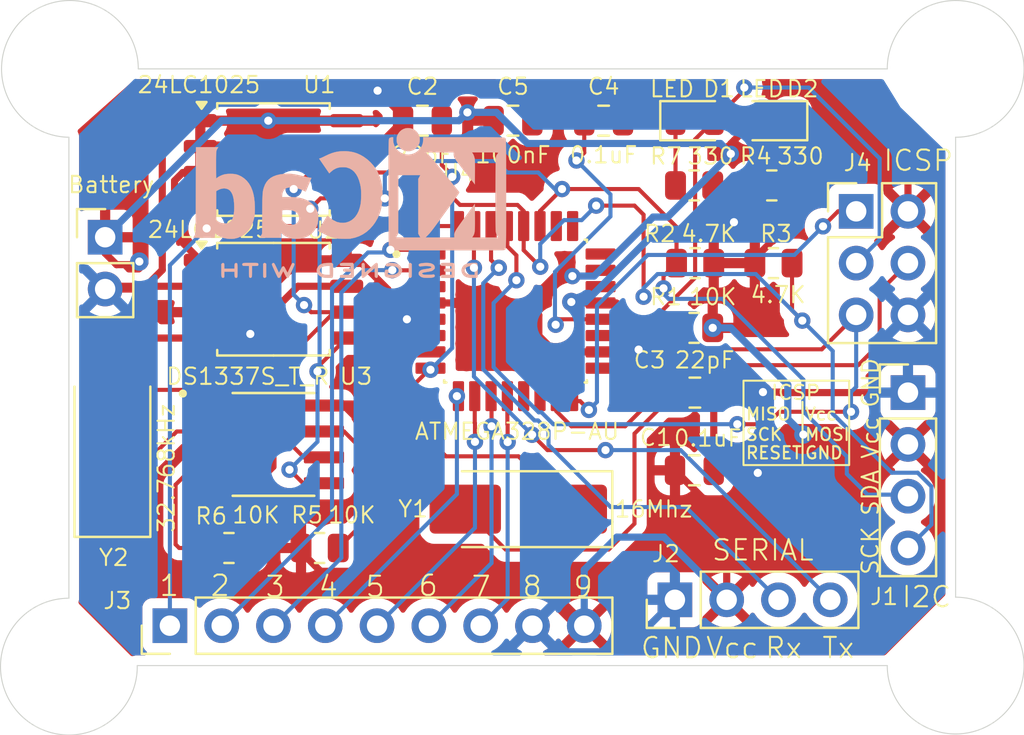
<source format=kicad_pcb>
(kicad_pcb (version 20241229) (generator "pcbnew") (generator_version "9.0")
  (title_block (title "${project_name}") (date "2025-06-14") (rev "1") (comment 1 "2 layer PCB version"))
  (layers (0 "F.Cu" mixed) (2 "B.Cu" mixed) (13 "F.Paste" user) (15 "B.Paste" user) (5 "F.SilkS" user "F.Silkscreen") (7 "B.SilkS" user "B.Silkscreen") (1 "F.Mask" user) (3 "B.Mask" user) (25 "Edge.Cuts" user))
  (property "project_name" "MCU Datalogger with memory and clock")
  (net 0 "")
  (net 1 "GND")
  (net 2 "/Vcc")
  (net 3 "Net-(U4-PB7)")
  (net 4 "Net-(U4-PB6)")
  (net 5 "Net-(U4-AREF)")
  (net 6 "Net-(D1-K)")
  (net 7 "/SCK")
  (net 8 "Net-(D2-K)")
  (net 9 "/SDA")
  (net 10 "/RX")
  (net 11 "/TX")
  (net 12 "/D4")
  (net 13 "/D5")
  (net 14 "/D6")
  (net 15 "/D7")
  (net 16 "/D2")
  (net 17 "/D3")
  (net 18 "/D8")
  (net 19 "/RESET")
  (net 20 "/MOSI")
  (net 21 "/MISO")
  (net 22 "Net-(U3-SQW{slash}~INT)")
  (net 23 "Net-(U3-~{INTA})")
  (net 24 "Net-(U3-X2)")
  (net 25 "Net-(U3-X1)")
  (net 35 "/SCL")
  (footprint "Resistor_SMD:R_0805_2012Metric" (layer "F.Cu") (at 159.6925 76.835 180)
    (property "Reference" "R4")
    (property "Value" "330")
  )
  (footprint "Resistor_SMD:R_0805_2012Metric" (layer "F.Cu") (at 137.5175 94.615)
    (property "Reference" "R5")
    (property "Value" "10K")
  )
  (footprint "Connector_PinHeader_2.54mm:PinHeader_1x04_P2.54mm_Vertical" (layer "F.Cu") (at 166.37 86.995)
    (property "Reference" "J1")
    (property "Value" "Conn_01x04_Pin" (hide yes))
  )
  (footprint "Connector_PinHeader_2.54mm:PinHeader_2x03_P2.54mm_Vertical" (layer "F.Cu") (at 163.83 78.105)
    (property "Reference" "J4")
    (property "Value" "Conn_02x03_Odd_Even" (hide yes))
  )
  (footprint "Crystal:Crystal_SMD_5032-2Pin_5.0x3.2mm_HandSoldering" (layer "F.Cu") (at 147.26 92.71 180)
    (property "Reference" "Y1")
    (property "Value" "16Mhz")
  )
  (footprint "Crystal:Crystal_SMD_5032-2Pin_5.0x3.2mm_HandSoldering" (layer "F.Cu") (at 127.356196 89.460517 90)
    (property "Reference" "Y2")
    (property "Value" "32.768kHz")
  )
  (footprint "Package_SO:SOIC-8_5.3x5.3mm_P1.27mm" (layer "F.Cu") (at 135.255 82.415)
    (property "Reference" "U2")
    (property "Value" "24LC1025")
  )
  (footprint "MountingHole:MountingHole_2.1mm" (layer "F.Cu") (at 168.7068 71.12)
    (property "Reference" "H3" (hide yes))
    (property "Value" "MountingHole" (hide yes))
  )
  (footprint "Resistor_SMD:R_0805_2012Metric" (layer "F.Cu") (at 155.8825 76.835 180)
    (property "Reference" "R7")
    (property "Value" "330")
  )
  (footprint "Capacitor_SMD:C_0805_2012Metric" (layer "F.Cu") (at 142.56 73.66)
    (property "Reference" "C2")
    (property "Value" "22pF")
  )
  (footprint "Connector_PinHeader_2.54mm:PinHeader_1x02_P2.54mm_Vertical" (layer "F.Cu") (at 127 79.375)
    (property "Reference" "BT1" (hide yes))
    (property "Value" "Battery")
  )
  (footprint "DS1337S_T_R:SOIC127P600X175-8N" (layer "F.Cu") (at 135.255 89.535)
    (property "Reference" "U3")
    (property "Value" "DS1337S_T_R")
  )
  (footprint "Connector_PinHeader_2.54mm:PinHeader_1x09_P2.54mm_Vertical" (layer "F.Cu") (at 130.175 98.425 90)
    (property "Reference" "J3")
    (property "Value" "Conn_01x09_Pin" (hide yes))
  )
  (footprint "MountingHole:MountingHole_2.1mm" (layer "F.Cu") (at 125.222 100.4316)
    (property "Reference" "H1" (hide yes))
    (property "Value" "MountingHole" (hide yes))
  )
  (footprint "MountingHole:MountingHole_2.1mm" (layer "F.Cu") (at 168.7068 100.4316)
    (property "Reference" "H4" (hide yes))
    (property "Value" "MountingHole" (hide yes))
  )
  (footprint "Resistor_SMD:R_0805_2012Metric" (layer "F.Cu") (at 159.7725 80.645)
    (property "Reference" "R3")
    (property "Value" "4.7K")
  )
  (footprint "LED_SMD:LED_0805_2012Metric" (layer "F.Cu") (at 159.7475 73.66 180)
    (property "Reference" "D2")
    (property "Value" "LED")
  )
  (footprint "Resistor_SMD:R_0805_2012Metric" (layer "F.Cu") (at 133.0725 94.615 180)
    (property "Reference" "R6")
    (property "Value" "10K")
  )
  (footprint "Capacitor_SMD:C_0805_2012Metric" (layer "F.Cu") (at 151.445 73.66)
    (property "Reference" "C4")
    (property "Value" "0.1uF")
  )
  (footprint "Package_SO:SOIC-8_5.3x5.3mm_P1.27mm" (layer "F.Cu") (at 135.255 75.565)
    (property "Reference" "U1")
    (property "Value" "24LC1025")
  )
  (footprint "Resistor_SMD:R_0805_2012Metric" (layer "F.Cu") (at 155.9325 80.645 180)
    (property "Reference" "R2")
    (property "Value" "4.7K")
  )
  (footprint "Connector_PinHeader_2.54mm:PinHeader_1x04_P2.54mm_Vertical" (layer "F.Cu") (at 154.94 97.155 90)
    (property "Reference" "J2")
    (property "Value" "Conn_01x04_Pin" (hide yes))
  )
  (footprint "Resistor_SMD:R_0805_2012Metric" (layer "F.Cu") (at 155.8825 83.82)
    (property "Reference" "R1")
    (property "Value" "10K")
  )
  (footprint "ATMEGA328P-AU:QFP80P900X900X120-32N" (layer "F.Cu") (at 147.124717 82.998054)
    (property "Reference" "U4")
    (property "Value" "ATMEGA328P-AU")
  )
  (footprint "Capacitor_SMD:C_0805_2012Metric" (layer "F.Cu") (at 155.895 90.805)
    (property "Reference" "C1")
    (property "Value" "0.1uF")
  )
  (footprint "LED_SMD:LED_0805_2012Metric" (layer "F.Cu") (at 155.9075 73.66)
    (property "Reference" "D1")
    (property "Value" "LED")
  )
  (footprint "MountingHole:MountingHole_2.1mm" (layer "F.Cu") (at 125.222 71.12)
    (property "Reference" "H2" (hide yes))
    (property "Value" "MountingHole" (hide yes))
  )
  (footprint "Capacitor_SMD:C_0805_2012Metric" (layer "F.Cu") (at 155.92 86.995 180)
    (property "Reference" "C3")
    (property "Value" "22pF")
  )
  (footprint "Capacitor_SMD:C_0805_2012Metric" (layer "F.Cu") (at 147 73.66)
    (property "Reference" "C5")
    (property "Value" "100nF")
  )
  (footprint "Symbol:KiCad-Logo2_6mm_SilkScreen" (layer "B.Cu") (at 139 77 180)
    (property "Reference" "REF**" (hide yes))
    (property "Value" "KiCad-Logo2_6mm_SilkScreen" (hide yes))
  )
  (gr_line (start 161.2 90.5488) (end 161.2 87.45) (stroke (width 0.1)) (layer "F.SilkS"))
  (gr_rect (start 158.3044 86.409982) (end 163.486 90.5488) (stroke (width 0.1)) (fill no) (layer "F.SilkS"))
  (gr_line (start 165.354 71.12) (end 128.625984 71.12) (stroke (width 0.05)) (layer "Edge.Cuts"))
  (gr_arc (start 165.354 71.12) (mid 171.077588 68.749212) (end 168.7068 74.4728) (stroke (width 0.05)) (layer "Edge.Cuts"))
  (gr_arc (start 128.5748 100.3808) (mid 122.868969 102.820553) (end 125.222 97.078415) (stroke (width 0.05)) (layer "Edge.Cuts"))
  (gr_line (start 168.7068 74.4728) (end 168.7068 97.028) (stroke (width 0.05)) (layer "Edge.Cuts"))
  (gr_arc (start 168.7068 97.028) (mid 171.077588 102.751588) (end 165.354 100.3808) (stroke (width 0.05)) (layer "Edge.Cuts"))
  (gr_arc (start 125.221998 74.472774) (mid 122.919788 68.731065) (end 128.625959 71.12) (stroke (width 0.05)) (layer "Edge.Cuts"))
  (gr_line (start 165.354 100.3808) (end 128.5748 100.3808) (stroke (width 0.05)) (layer "Edge.Cuts"))
  (gr_line (start 125.222 97.078415) (end 125.222055 74.4728) (stroke (width 0.05)) (layer "Edge.Cuts"))
  (gr_text "MOSI\n" (at 161.2664 89.4 0) (layer "F.SilkS") (effects (font (size 0.6 0.6) (thickness 0.1)) (justify left bottom)))
  (gr_text "SERIAL" (at 156.688094 95.308351 0) (layer "F.SilkS") (effects (font (size 1 1) (thickness 0.1)) (justify left bottom)))
  (gr_text "GND" (at 161.2664 90.3 0) (layer "F.SilkS") (effects (font (size 0.6 0.6) (thickness 0.1)) (justify left bottom)))
  (gr_text "SCK" (at 158.3664 89.4 0) (layer "F.SilkS") (effects (font (size 0.6 0.6) (thickness 0.1)) (justify left bottom)))
  (gr_text "RESET\n" (at 158.3664 90.3 0) (layer "F.SilkS") (effects (font (size 0.6 0.6) (thickness 0.1)) (justify left bottom)))
  (gr_text "8" (at 147.4 97.1 0) (layer "F.SilkS") (effects (font (size 1 1) (thickness 0.1)) (justify left bottom)))
  (gr_text "SCK" (at 164.99 95.995 90) (layer "F.SilkS") (effects (font (size 0.8 0.8) (thickness 0.1)) (justify left bottom)))
  (gr_text "ICSP\n" (at 165.1 76.2 0) (layer "F.SilkS") (effects (font (size 1 1) (thickness 0.1)) (justify left bottom)))
  (gr_text "GND" (at 153.2 100.1 0) (layer "F.SilkS") (effects (font (size 1 1) (thickness 0.1)) (justify left bottom)))
  (gr_text "7\n" (at 144.9 97.1 0) (layer "F.SilkS") (effects (font (size 1 1) (thickness 0.1)) (justify left bottom)))
  (gr_text "3" (at 134.8 97.1 0) (layer "F.SilkS") (effects (font (size 1 1) (thickness 0.1)) (justify left bottom)))
  (gr_text "2" (at 132.1 97.045 0) (layer "F.SilkS") (effects (font (size 1 1) (thickness 0.1)) (justify left bottom)))
  (gr_text "I2C" (at 166 97.6 0) (layer "F.SilkS") (effects (font (size 1 1) (thickness 0.1)) (justify left bottom)))
  (gr_text "ICSP" (at 159.6 87.4 0) (layer "F.SilkS") (effects (font (size 0.7 0.7) (thickness 0.1)) (justify left bottom)))
  (gr_text "Vcc" (at 165 90.3 90) (layer "F.SilkS") (effects (font (size 0.8 0.8) (thickness 0.1)) (justify left bottom)))
  (gr_text "Vcc" (at 161.2664 88.4 0) (layer "F.SilkS") (effects (font (size 0.6 0.6) (thickness 0.1)) (justify left bottom)))
  (gr_text "6" (at 142.3 97.045 0) (layer "F.SilkS") (effects (font (size 1 1) (thickness 0.1)) (justify left bottom)))
  (gr_text "1\n" (at 129.6 97.045 0) (layer "F.SilkS") (effects (font (size 1 1) (thickness 0.1)) (justify left bottom)))
  (gr_text "SDA" (at 165 93.1 90) (layer "F.SilkS") (effects (font (size 0.8 0.8) (thickness 0.1)) (justify left bottom)))
  (gr_text "5\n" (at 139.7 97.1 0) (layer "F.SilkS") (effects (font (size 1 1) (thickness 0.1)) (justify left bottom)))
  (gr_text "Tx" (at 162.1 100.1 0) (layer "F.SilkS") (effects (font (size 1 1) (thickness 0.1)) (justify left bottom)))
  (gr_text "9" (at 149.9 97.1 0) (layer "F.SilkS") (effects (font (size 1 1) (thickness 0.1)) (justify left bottom)))
  (gr_text "GND" (at 165 87.8 90) (layer "F.SilkS") (effects (font (size 0.8 0.8) (thickness 0.1)) (justify left bottom)))
  (gr_text "4\n" (at 137.4 97.1 0) (layer "F.SilkS") (effects (font (size 1 1) (thickness 0.1)) (justify left bottom)))
  (gr_text "MISO" (at 158.3664 88.4 0) (layer "F.SilkS") (effects (font (size 0.6 0.6) (thickness 0.1)) (justify left bottom)))
  (gr_text "Rx" (at 159.3 100.1 0) (layer "F.SilkS") (effects (font (size 1 1) (thickness 0.1)) (justify left bottom)))
  (gr_text "Vcc" (at 156.4 100.1 0) (layer "F.SilkS") (effects (font (size 1 1) (thickness 0.1)) (justify left bottom)))
  (segment (start 127 81.915) (end 128.865 81.915) (width 0.35) (layer "F.Cu") (net 1))
  (segment (start 129.8026 73.5498) (end 130.9624 72.39) (width 0.35) (layer "F.Cu") (net 1))
  (segment (start 156.845 90.805) (end 156.845 87.02) (width 0.35) (layer "F.Cu") (net 1))
  (segment (start 160.0962 86.995) (end 166.37 86.995) (width 0.35) (layer "F.Cu") (net 1))
  (segment (start 135.2296 85.6328) (end 133.9168 84.32) (width 0.35) (layer "F.Cu") (net 1))
  (segment (start 133.9168 84.32) (end 134.1184 84.1184) (width 0.35) (layer "F.Cu") (net 1))
  (segment (start 159.258 86.9696) (end 160.0708 86.9696) (width 0.35) (layer "F.Cu") (net 1))
  (segment (start 151.265177 82.568514) (end 151.294717 82.598054) (width 0.35) (layer "F.Cu") (net 1))
  (segment (start 141.61 73.66) (end 141.61 73.5888) (width 0.35) (layer "F.Cu") (net 1))
  (segment (start 135.9916 74.93) (end 138.8425 74.93) (width 0.35) (layer "F.Cu") (net 1))
  (segment (start 160.0708 86.9696) (end 160.0962 86.995) (width 0.35) (layer "F.Cu") (net 1))
  (segment (start 142.954717 81.798054) (end 142.180629 81.798054) (width 0.35) (layer "F.Cu") (net 1))
  (segment (start 127 81.915) (end 129.405 84.32) (width 0.35) (layer "F.Cu") (net 1))
  (segment (start 134.1184 84.1184) (end 136.4568 81.78) (width 0.35) (layer "F.Cu") (net 1))
  (segment (start 129.8026 80.9774) (end 129.8026 73.5498) (width 0.35) (layer "F.Cu") (net 1))
  (segment (start 158.877 90.805) (end 159.004 90.932) (width 0.35) (layer "F.Cu") (net 1))
  (segment (start 133.4516 77.47) (end 135.9916 74.93) (width 0.35) (layer "F.Cu") (net 1))
  (segment (start 152.395 73.66) (end 152.395 72.7879) (width 0.35) (layer "F.Cu") (net 1))
  (segment (start 141.793717 82.184966) (end 141.793717 83.011142) (width 0.35) (layer "F.Cu") (net 1))
  (segment (start 152.068805 82.598054) (end 153.162 83.691249) (width 0.35) (layer "F.Cu") (net 1))
  (segment (start 138.8425 74.93) (end 140.34 74.93) (width 0.35) (layer "F.Cu") (net 1))
  (segment (start 158.78 76.835) (end 156.795 76.835) (width 0.35) (layer "F.Cu") (net 1))
  (segment (start 127.135 81.78) (end 127 81.915) (width 0.35) (layer "F.Cu") (net 1))
  (segment (start 129.405 84.32) (end 131.6675 84.32) (width 0.35) (layer "F.Cu") (net 1))
  (segment (start 141.793717 83.011142) (end 142.180629 83.398054) (width 0.35) (layer "F.Cu") (net 1))
  (segment (start 156.845 90.805) (end 158.877 90.805) (width 0.35) (layer "F.Cu") (net 1))
  (segment (start 151.294717 82.598054) (end 152.068805 82.598054) (width 0.35) (layer "F.Cu") (net 1))
  (segment (start 130.9624 72.39) (end 140.1572 72.39) (width 0.35) (layer "F.Cu") (net 1))
  (segment (start 131.6675 77.47) (end 133.4516 77.47) (width 0.35) (layer "F.Cu") (net 1))
  (segment (start 148.9456 71.882) (end 147.95 72.8776) (width 0.35) (layer "F.Cu") (net 1))
  (segment (start 156.845 87.02) (end 156.87 86.995) (width 0.35) (layer "F.Cu") (net 1))
  (segment (start 151.4891 71.882) (end 148.9456 71.882) (width 0.35) (layer "F.Cu") (net 1))
  (segment (start 151.294717 82.598054) (end 149.908054 82.598054) (width 0.35) (layer "F.Cu") (net 1))
  (segment (start 142.180629 81.798054) (end 141.793717 82.184966) (width 0.35) (layer "F.Cu") (net 1))
  (segment (start 128.865 81.915) (end 129.8026 80.9774) (width 0.35) (layer "F.Cu") (net 1))
  (segment (start 127.2225 81.915) (end 127 81.915) (width 0.35) (layer "F.Cu") (net 1))
  (segment (start 132.78 91.44) (end 134.4168 91.44) (width 0.35) (layer "F.Cu") (net 1))
  (segment (start 141.61 73.66) (end 141.61 73.1216) (width 0.35) (layer "F.Cu") (net 1))
  (segment (start 135.2296 90.6272) (end 135.2296 85.6328) (width 0.35) (layer "F.Cu") (net 1))
  (segment (start 140.1572 72.39) (end 140.3604 72.1868) (width 0.35) (layer "F.Cu") (net 1))
  (segment (start 141.798601 83.398054) (end 142.180629 83.398054) (width 0.35) (layer "F.Cu") (net 1))
  (segment (start 156.795 77.5978) (end 157.8356 78.6384) (width 0.35) (layer "F.Cu") (net 1))
  (segment (start 152.395 72.7879) (end 151.4891 71.882) (width 0.35) (layer "F.Cu") (net 1))
  (segment (start 156.87 86.995) (end 159.2326 86.995) (width 0.35) (layer "F.Cu") (net 1))
  (segment (start 141.61 73.1216) (end 142.9356 71.796) (width 0.35) (layer "F.Cu") (net 1))
  (segment (start 131.6675 81.78) (end 127.135 81.78) (width 0.35) (layer "F.Cu") (net 1))
  (segment (start 134.4168 91.44) (end 135.2296 90.6272) (width 0.35) (layer "F.Cu") (net 1))
  (segment (start 141.61 73.4364) (end 140.3604 72.1868) (width 0.35) (layer "F.Cu") (net 1))
  (segment (start 149.908054 82.598054) (end 149.86 82.55) (width 0.35) (layer "F.Cu") (net 1))
  (segment (start 141.61 73.66) (end 141.61 73.4364) (width 0.35) (layer "F.Cu") (net 1))
  (segment (start 131.6675 84.32) (end 133.9168 84.32) (width 0.35) (layer "F.Cu") (net 1))
  (segment (start 140.34 74.93) (end 141.61 73.66) (width 0.35) (layer "F.Cu") (net 1))
  (segment (start 136.4568 81.78) (end 138.8425 81.78) (width 0.35) (layer "F.Cu") (net 1))
  (segment (start 146.086 71.796) (end 147.95 73.66) (width 0.35) (layer "F.Cu") (net 1))
  (segment (start 142.180629 83.398054) (end 142.954717 83.398054) (width 0.35) (layer "F.Cu") (net 1))
  (segment (start 153.162 83.691249) (end 153.162 84.8868) (width 0.35) (layer "F.Cu") (net 1))
  (segment (start 159.2326 86.995) (end 159.258 86.9696) (width 0.35) (layer "F.Cu") (net 1))
  (segment (start 147.95 72.8776) (end 147.95 73.66) (width 0.35) (layer "F.Cu") (net 1))
  (segment (start 142.9356 71.796) (end 146.086 71.796) (width 0.35) (layer "F.Cu") (net 1))
  (segment (start 156.795 76.835) (end 156.795 77.5978) (width 0.35) (layer "F.Cu") (net 1))
  (via (at 159.258 86.9696) (size 0.9) (drill 0.4) (layers "F.Cu" "B.Cu") (net 1))
  (via (at 140.3604 72.1868) (size 0.9) (drill 0.4) (layers "F.Cu" "B.Cu") (net 1))
  (via (at 134.1184 84.1184) (size 0.8) (drill 0.4) (layers "F.Cu" "B.Cu") (net 1))
  (via (at 157.8356 78.6384) (size 0.9) (drill 0.4) (layers "F.Cu" "B.Cu") (net 1))
  (via (at 141.798601 83.398054) (size 0.9) (drill 0.4) (layers "F.Cu" "B.Cu") (net 1))
  (via (at 159.004 90.932) (size 0.9) (drill 0.4) (layers "F.Cu" "B.Cu") (net 1))
  (via (at 149.86 82.55) (size 0.9) (drill 0.4) (layers "F.Cu" "B.Cu") (net 1))
  (via (at 153.162 84.8868) (size 0.9) (drill 0.4) (layers "F.Cu" "B.Cu") (net 1))
  (segment (start 149.86 82.55) (end 149.7584 82.55) (width 0.35) (layer "B.Cu") (net 1))
  (segment (start 150.557542 82.55) (end 154.122142 78.9854) (width 0.35) (layer "B.Cu") (net 1))
  (segment (start 153.162 84.8868) (end 157.1752 84.8868) (width 0.35) (layer "B.Cu") (net 1))
  (segment (start 149.2348 99.7048) (end 152.3902 99.7048) (width 0.35) (layer "B.Cu") (net 1))
  (segment (start 147.955 98.425) (end 149.2348 99.7048) (width 0.35) (layer "B.Cu") (net 1))
  (segment (start 154.122142 78.9854) (end 157.4886 78.9854) (width 0.35) (layer "B.Cu") (net 1))
  (segment (start 157.4886 78.9854) (end 157.8356 78.6384) (width 0.35) (layer "B.Cu") (net 1))
  (segment (start 149.86 82.55) (end 150.557542 82.55) (width 0.35) (layer "B.Cu") (net 1))
  (segment (start 157.1752 84.8868) (end 159.258 86.9696) (width 0.35) (layer "B.Cu") (net 1))
  (segment (start 152.3902 99.7048) (end 154.94 97.155) (width 0.35) (layer "B.Cu") (net 1))
  (segment (start 128.524 80.7212) (end 128.6764 80.5688) (width 0.35) (layer "F.Cu") (net 2))
  (segment (start 130.4036 76.6064) (end 130.4036 79.2461) (width 0.35) (layer "F.Cu") (net 2))
  (segment (start 157.48 97.155) (end 157.48 93.34) (width 0.35) (layer "F.Cu") (net 2))
  (segment (start 133.985 94.615) (end 136.605 94.615) (width 0.35) (layer "F.Cu") (net 2))
  (segment (start 154.945 90.805) (end 157.4292 93.2892) (width 0.35) (layer "F.Cu") (net 2))
  (segment (start 148.267268 84.208468) (end 148.267268 83.198) (width 0.35) (layer "F.Cu") (net 2))
  (segment (start 140.8684 81.9404) (end 140.8684 83.710148) (width 0.35) (layer "F.Cu") (net 2))
  (segment (start 162.6158 93.2892) (end 162.6158 90.429) (width 0.35) (layer "F.Cu") (net 2))
  (segment (start 157.6832 75.2856) (end 157.6832 74.7868) (width 0.35) (layer "F.Cu") (net 2))
  (segment (start 142.8954 94.8954) (end 143 94.7908) (width 0.35) (layer "F.Cu") (net 2))
  (segment (start 145.6436 73.2536) (end 146.05 73.66) (width 0.35) (layer "F.Cu") (net 2))
  (segment (start 131.6675 80.51) (end 138.8425 80.51) (width 0.35) (layer "F.Cu") (net 2))
  (segment (start 143 94.7908) (end 143.9672 95.758) (width 0.35) (layer "F.Cu") (net 2))
  (segment (start 140.208 84.370548) (end 140.208 87.0204) (width 0.35) (layer "F.Cu") (net 2))
  (segment (start 131.6675 73.66) (end 138.8425 73.66) (width 0.35) (layer "F.Cu") (net 2))
  (segment (start 156.845 80.645) (end 158.86 80.645) (width 0.35) (layer "F.Cu") (net 2))
  (segment (start 147.667322 82.598054) (end 147.571254 82.598054) (width 0.35) (layer "F.Cu") (net 2))
  (segment (start 130.81 76.2) (end 130.4036 76.6064) (width 0.35) (layer "F.Cu") (net 2))
  (segment (start 151.294717 84.998054) (end 149.056854 84.998054) (width 0.35) (layer "F.Cu") (net 2))
  (segment (start 149.0472 81.28) (end 147.729146 82.598054) (width 0.35) (layer "F.Cu") (net 2))
  (segment (start 162.6158 93.2892) (end 157.4292 93.2892) (width 0.35) (layer "F.Cu") (net 2))
  (segment (start 149.910755 81.28) (end 149.0472 81.28) (width 0.35) (layer "F.Cu") (net 2))
  (segment (start 156.845 83.77) (end 156.795 83.82) (width 0.35) (layer "F.Cu") (net 2))
  (segment (start 131.6675 74.93) (end 131.6675 76.2) (width 0.35) (layer "F.Cu") (net 2))
  (segment (start 140.8684 83.710148) (end 140.208 84.370548) (width 0.35) (layer "F.Cu") (net 2))
  (segment (start 157.6832 74.7868) (end 158.81 73.66) (width 0.35) (layer "F.Cu") (net 2))
  (segment (start 131.6675 74.93) (end 131.6675 73.66) (width 0.35) (layer "F.Cu") (net 2))
  (segment (start 137.5664 95.758) (end 142.0328 95.758) (width 0.35) (layer "F.Cu") (net 2))
  (segment (start 142.954717 82.598054) (end 147.571254 82.598054) (width 0.35) (layer "F.Cu") (net 2))
  (segment (start 142.0328 95.758) (end 142.8954 94.8954) (width 0.35) (layer "F.Cu") (net 2))
  (segment (start 166.37 76.2) (end 166.37 78.105) (width 0.35) (layer "F.Cu") (net 2))
  (segment (start 144.7648 73.2536) (end 145.6436 73.2536) (width 0.35) (layer "F.Cu") (net 2))
  (segment (start 143.9672 95.758) (end 147.4216 95.758) (width 0.35) (layer "F.Cu") (net 2))
  (segment (start 147.4216 95.758) (end 150.0886 98.425) (width 0.35) (layer "F.Cu") (net 2))
  (segment (start 163.576 75.692) (end 165.862 75.692) (width 0.35) (layer "F.Cu") (net 2))
  (segment (start 135.9488 80.51) (end 138.8425 80.51) (width 0.35) (layer "F.Cu") (net 2))
  (segment (start 140.208 87.0204) (end 139.5984 87.63) (width 0.35) (layer "F.Cu") (net 2))
  (segment (start 158.86 80.645) (end 158.86 80.408) (width 0.35) (layer "F.Cu") (net 2))
  (segment (start 162.6158 90.429) (end 161.2392 89.0524) (width 0.35) (layer "F.Cu") (net 2))
  (segment (start 157.48 93.34) (end 157.4292 93.2892) (width 0.35) (layer "F.Cu") (net 2))
  (segment (start 141 89.915) (end 141 92.7908) (width 0.35) (layer "F.Cu") (net 2))
  (segment (start 165.862 75.692) (end 166.37 76.2) (width 0.35) (layer "F.Cu") (net 2))
  (segment (start 139.438 80.51) (end 140.8684 81.9404) (width 0.35) (layer "F.Cu") (net 2))
  (segment (start 136.605 94.615) (end 136.605 94.7966) (width 0.35) (layer "F.Cu") (net 2))
  (segment (start 138.715 87.63) (end 141 89.915) (width 0.35) (layer "F.Cu") (net 2))
  (segment (start 127 79.375) (end 127 80.1624) (width 0.35) (layer "F.Cu") (net 2))
  (segment (start 131.6675 83.05) (end 133.4088 83.05) (width 0.35) (layer "F.Cu") (net 2))
  (segment (start 149.913702 81.282947) (end 149.910755 81.28) (width 0.35) (layer "F.Cu") (net 2))
  (segment (start 133.4088 83.05) (end 135.9488 80.51) (width 0.35) (layer "F.Cu") (net 2))
  (segment (start 158.86 80.408) (end 163.576 75.692) (width 0.35) (layer "F.Cu") (net 2))
  (segment (start 127 80.1624) (end 127.5588 80.7212) (width 0.35) (layer "F.Cu") (net 2))
  (segment (start 150.0886 98.425) (end 150.495 98.425) (width 0.35) (layer "F.Cu") (net 2))
  (segment (start 156.845 80.645) (end 156.845 83.77) (width 0.35) (layer "F.Cu") (net 2))
  (segment (start 139.5984 87.63) (end 137.73 87.63) (width 0.35) (layer "F.Cu") (net 2))
  (segment (start 148.267268 83.198) (end 147.667322 82.598054) (width 0.35) (layer "F.Cu") (net 2))
  (segment (start 136.605 94.7966) (end 137.5664 95.758) (width 0.35) (layer "F.Cu") (net 2))
  (segment (start 141 92.7908) (end 143 94.7908) (width 0.35) (layer "F.Cu") (net 2))
  (segment (start 166.37 89.535) (end 162.6158 93.2892) (width 0.35) (layer "F.Cu") (net 2))
  (segment (start 149.056854 84.998054) (end 148.267268 84.208468) (width 0.35) (layer "F.Cu") (net 2))
  (segment (start 127.5588 80.7212) (end 128.524 80.7212) (width 0.35) (layer "F.Cu") (net 2))
  (segment (start 137.73 87.63) (end 138.715 87.63) (width 0.35) (layer "F.Cu") (net 2))
  (segment (start 130.4036 79.2461) (end 131.6675 80.51) (width 0.35) (layer "F.Cu") (net 2))
  (segment (start 138.8425 80.51) (end 139.438 80.51) (width 0.35) (layer "F.Cu") (net 2))
  (segment (start 147.729146 82.598054) (end 147.571254 82.598054) (width 0.35) (layer "F.Cu") (net 2))
  (segment (start 131.6675 76.2) (end 130.81 76.2) (width 0.35) (layer "F.Cu") (net 2))
  (via (at 144.7648 73.2536) (size 0.8) (drill 0.4) (layers "F.Cu" "B.Cu") (net 2))
  (via (at 135 73.66) (size 0.8) (drill 0.4) (layers "F.Cu" "B.Cu") (net 2))
  (via (at 128.6764 80.5688) (size 0.9) (drill 0.4) (layers "F.Cu" "B.Cu") (net 2))
  (via (at 156.795 83.82) (size 0.9) (drill 0.4) (layers "F.Cu" "B.Cu") (net 2))
  (via (at 161.2392 89.0524) (size 0.9) (drill 0.4) (layers "F.Cu" "B.Cu") (net 2))
  (via (at 157.6832 75.2856) (size 0.8) (drill 0.4) (layers "F.Cu" "B.Cu") (net 2))
  (via (at 149.913702 81.282947) (size 0.8) (drill 0.4) (layers "F.Cu" "B.Cu") (net 2))
  (segment (start 144.7648 73.2536) (end 144.3584 73.66) (width 0.35) (layer "B.Cu") (net 2))
  (segment (start 152.0952 94.0816) (end 150.495 95.6818) (width 0.35) (layer "B.Cu") (net 2))
  (segment (start 135 73.66) (end 132.715 73.66) (width 0.35) (layer "B.Cu") (net 2))
  (segment (start 147.7112 74.7776) (end 157.1752 74.7776) (width 0.35) (layer "B.Cu") (net 2))
  (segment (start 161.2392 89.0524) (end 160.4772 88.2904) (width 0.35) (layer "B.Cu") (net 2))
  (segment (start 160.4772 88.2904) (end 160.4772 86.614) (width 0.35) (layer "B.Cu") (net 2))
  (segment (start 154.5844 78.3844) (end 157.6832 75.2856) (width 0.35) (layer "B.Cu") (net 2))
  (segment (start 132.715 73.66) (end 127 79.375) (width 0.35) (layer "B.Cu") (net 2))
  (segment (start 144.7648 73.2536) (end 146.1872 73.2536) (width 0.35) (layer "B.Cu") (net 2))
  (segment (start 150.9776 81.28) (end 153.8732 78.3844) (width 0.35) (layer "B.Cu") (net 2))
  (segment (start 157.6832 83.82) (end 156.795 83.82) (width 0.35) (layer "B.Cu") (net 2))
  (segment (start 144.3584 73.66) (end 135 73.66) (width 0.35) (layer "B.Cu") (net 2))
  (segment (start 154.4066 94.0816) (end 152.0952 94.0816) (width 0.35) (layer "B.Cu") (net 2))
  (segment (start 146.1872 73.2536) (end 147.7112 74.7776) (width 0.35) (layer "B.Cu") (net 2))
  (segment (start 157.48 97.155) (end 154.4066 94.0816) (width 0.35) (layer "B.Cu") (net 2))
  (segment (start 149.916649 81.28) (end 150.9776 81.28) (width 0.35) (layer "B.Cu") (net 2))
  (segment (start 149.913702 81.282947) (end 149.916649 81.28) (width 0.35) (layer "B.Cu") (net 2))
  (segment (start 157.1752 74.7776) (end 157.6832 75.2856) (width 0.35) (layer "B.Cu") (net 2))
  (segment (start 150.495 95.6818) (end 150.495 98.425) (width 0.35) (layer "B.Cu") (net 2))
  (segment (start 153.8732 78.3844) (end 154.5844 78.3844) (width 0.35) (layer "B.Cu") (net 2))
  (segment (start 160.4772 86.614) (end 157.6832 83.82) (width 0.35) (layer "B.Cu") (net 2))
  (segment (start 143.51 75.8332) (end 143.51 73.66) (width 0.2) (layer "F.Cu") (net 3))
  (segment (start 143.7132 90.1192) (end 141.986 88.392) (width 0.2) (layer "F.Cu") (net 3))
  (segment (start 144.018 76.3412) (end 143.51 75.8332) (width 0.2) (layer "F.Cu") (net 3))
  (segment (start 144.018 76.4144) (end 144.018 76.3412) (width 0.2) (layer "F.Cu") (net 3))
  (segment (start 141.986 86.766771) (end 142.954717 85.798054) (width 0.2) (layer "F.Cu") (net 3))
  (segment (start 147.2692 90.1192) (end 143.7132 90.1192) (width 0.2) (layer "F.Cu") (net 3))
  (segment (start 149.86 92.71) (end 147.2692 90.1192) (width 0.2) (layer "F.Cu") (net 3))
  (segment (start 141.986 88.392) (end 141.986 86.766771) (width 0.2) (layer "F.Cu") (net 3))
  (via (at 144.018 76.4144) (size 0.8) (drill 0.4) (layers "F.Cu" "B.Cu") (net 3))
  (via (at 142.954717 85.873054) (size 0.8) (drill 0.4) (layers "F.Cu" "B.Cu") (net 3))
  (segment (start 144.018 84.809771) (end 142.954717 85.873054) (width 0.2) (layer "B.Cu") (net 3))
  (segment (start 144.018 76.4144) (end 144.018 84.809771) (width 0.2) (layer "B.Cu") (net 3))
  (segment (start 142.230346 84.998054) (end 142.954717 84.998054) (width 0.2) (layer "F.Cu") (net 4))
  (segment (start 141.585 89.635) (end 141.585 85.6434) (width 0.2) (layer "F.Cu") (net 4))
  (segment (start 151.6888 94.6912) (end 152.9588 93.4212) (width 0.2) (layer "F.Cu") (net 4))
  (segment (start 152.9588 89.0062) (end 154.97 86.995) (width 0.2) (layer "F.Cu") (net 4))
  (segment (start 144.66 92.71) (end 141.585 89.635) (width 0.2) (layer "F.Cu") (net 4))
  (segment (start 152.9588 93.4212) (end 152.9588 89.0062) (width 0.2) (layer "F.Cu") (net 4))
  (segment (start 146.6412 94.6912) (end 151.6888 94.6912) (width 0.2) (layer "F.Cu") (net 4))
  (segment (start 144.66 92.71) (end 146.6412 94.6912) (width 0.2) (layer "F.Cu") (net 4))
  (segment (start 141.585 85.6434) (end 142.230346 84.998054) (width 0.2) (layer "F.Cu") (net 4))
  (segment (start 150.114 75.6118) (end 150.495 75.2308) (width 0.2) (layer "F.Cu") (net 5))
  (segment (start 151.294717 83.398054) (end 149.260481 83.398054) (width 0.2) (layer "F.Cu") (net 5))
  (segment (start 151.962739 83.398054) (end 151.294717 83.398054) (width 0.2) (layer "F.Cu") (net 5))
  (segment (start 149.092268 83.566267) (end 149.092268 83.6676) (width 0.2) (layer "F.Cu") (net 5))
  (segment (start 150.495 75.2308) (end 150.495 73.66) (width 0.2) (layer "F.Cu") (net 5))
  (segment (start 149.260481 83.398054) (end 149.092268 83.566267) (width 0.2) (layer "F.Cu") (net 5))
  (via (at 150.114 75.6118) (size 0.8) (drill 0.4) (layers "F.Cu" "B.Cu") (net 5))
  (via (at 149.092268 83.6676) (size 0.8) (drill 0.4) (layers "F.Cu" "B.Cu") (net 5))
  (segment (start 151.7802 78.354374) (end 151.7802 77.278) (width 0.2) (layer "B.Cu") (net 5))
  (segment (start 149.059 83.634332) (end 149.059 81.075574) (width 0.2) (layer "B.Cu") (net 5))
  (segment (start 151.7802 77.278) (end 150.114 75.6118) (width 0.2) (layer "B.Cu") (net 5))
  (segment (start 149.092268 83.6676) (end 149.059 83.634332) (width 0.2) (layer "B.Cu") (net 5))
  (segment (start 149.059 81.075574) (end 151.7802 78.354374) (width 0.2) (layer "B.Cu") (net 5))
  (segment (start 154.97 73.66) (end 154.97 76.835) (width 0.2) (layer "F.Cu") (net 6))
  (segment (start 152.029717 85.798054) (end 151.294717 85.798054) (width 0.2) (layer "F.Cu") (net 7))
  (segment (start 158.3436 72.1614) (end 156.845 73.66) (width 0.2) (layer "F.Cu") (net 7))
  (segment (start 154.1565 85.5179) (end 153.8732 85.8012) (width 0.2) (layer "F.Cu") (net 7))
  (segment (start 153.8732 85.8012) (end 152.032863 85.8012) (width 0.2) (layer "F.Cu") (net 7))
  (segment (start 158.3436 72.0344) (end 158.3436 72.1614) (width 0.2) (layer "F.Cu") (net 7))
  (segment (start 154.1565 83.13484) (end 154.1565 85.5179) (width 0.2) (layer "F.Cu") (net 7))
  (segment (start 152.032863 85.8012) (end 152.029717 85.798054) (width 0.2) (layer "F.Cu") (net 7))
  (segment (start 155.9315 81.35984) (end 154.1565 83.13484) (width 0.2) (layer "F.Cu") (net 7))
  (segment (start 155.9315 74.5735) (end 155.9315 81.35984) (width 0.2) (layer "F.Cu") (net 7))
  (segment (start 156.845 73.66) (end 155.9315 74.5735) (width 0.2) (layer "F.Cu") (net 7))
  (via (at 158.3436 72.0344) (size 0.8) (drill 0.4) (layers "F.Cu" "B.Cu") (net 7))
  (segment (start 161.5018 72.0344) (end 158.3436 72.0344) (width 0.2) (layer "B.Cu") (net 7))
  (segment (start 164.981 79.494) (end 164.981 75.5136) (width 0.2) (layer "B.Cu") (net 7))
  (segment (start 163.83 80.645) (end 164.981 79.494) (width 0.2) (layer "B.Cu") (net 7))
  (segment (start 164.981 75.5136) (end 161.5018 72.0344) (width 0.2) (layer "B.Cu") (net 7))
  (segment (start 160.685 73.66) (end 160.685 76.755) (width 0.2) (layer "F.Cu") (net 8))
  (segment (start 160.685 76.755) (end 160.605 76.835) (width 0.2) (layer "F.Cu") (net 8))
  (segment (start 136.041293 90.774781) (end 136.706512 91.44) (width 0.2) (layer "F.Cu") (net 9))
  (segment (start 153.162 77.0128) (end 155.02 78.8708) (width 0.2) (layer "F.Cu") (net 9))
  (segment (start 140.716 77.47) (end 138.8425 77.47) (width 0.2) (layer "F.Cu") (net 9))
  (segment (start 137.5664 77.47) (end 137.0584 77.978) (width 0.2) (layer "F.Cu") (net 9))
  (segment (start 149.404971 77.0128) (end 148.324717 78.093054) (width 0.2) (layer "F.Cu") (net 9))
  (segment (start 138.8425 77.47) (end 137.5664 77.47) (width 0.2) (layer "F.Cu") (net 9))
  (segment (start 149.404971 77.0128) (end 153.162 77.0128) (width 0.2) (layer "F.Cu") (net 9))
  (segment (start 155.02 78.8708) (end 155.02 80.645) (width 0.2) (layer "F.Cu") (net 9))
  (segment (start 136.706512 91.44) (end 137.73 91.44) (width 0.2) (layer "F.Cu") (net 9))
  (segment (start 137.414 85.9536) (end 137.414 85.7485) (width 0.2) (layer "F.Cu") (net 9))
  (segment (start 137.414 85.7485) (end 138.8425 84.32) (width 0.2) (layer "F.Cu") (net 9))
  (segment (start 148.324717 78.093054) (end 148.324717 78.828054) (width 0.2) (layer "F.Cu") (net 9))
  (segment (start 154.3812 81.2838) (end 155.02 80.645) (width 0.2) (layer "F.Cu") (net 9))
  (segment (start 154.3812 81.880787) (end 154.3812 81.2838) (width 0.2) (layer "F.Cu") (net 9))
  (via (at 140.716 77.47) (size 0.8) (drill 0.4) (layers "F.Cu" "B.Cu") (net 9))
  (via (at 137.414 85.9536) (size 0.8) (drill 0.4) (layers "F.Cu" "B.Cu") (net 9))
  (via (at 137.0584 77.978) (size 0.8) (drill 0.4) (layers "F.Cu" "B.Cu") (net 9))
  (via (at 154.3812 81.880787) (size 0.8) (drill 0.4) (layers "F.Cu" "B.Cu") (net 9))
  (via (at 149.404971 77.0128) (size 0.8) (drill 0.4) (layers "F.Cu" "B.Cu") (net 9))
  (via (at 136.041293 90.774781) (size 0.8) (drill 0.4) (layers "F.Cu" "B.Cu") (net 9))
  (segment (start 136.041293 90.774781) (end 137.414 89.402074) (width 0.2) (layer "B.Cu") (net 9))
  (segment (start 149.0472 77.0128) (end 148.2344 76.2) (width 0.2) (layer "B.Cu") (net 9))
  (segment (start 137.414 89.402074) (end 137.414 85.9536) (width 0.2) (layer "B.Cu") (net 9))
  (segment (start 154.6352 82.3976) (end 157.2768 82.3976) (width 0.2) (layer "B.Cu") (net 9))
  (segment (start 163.3728 90.129007) (end 163.3728 90.9828) (width 0.2) (layer "B.Cu") (net 9))
  (segment (start 140.716 76.3524) (end 140.716 77.47) (width 0.2) (layer "B.Cu") (net 9))
  (segment (start 154.3812 82.1436) (end 154.6352 82.3976) (width 0.2) (layer "B.Cu") (net 9))
  (segment (start 157.2768 82.3976) (end 161.2392 86.36) (width 0.2) (layer "B.Cu") (net 9))
  (segment (start 146.161036 75.6412) (end 141.4272 75.6412) (width 0.2) (layer "B.Cu") (net 9))
  (segment (start 166.37 91.720164) (end 166.37 92.075) (width 0.2) (layer "B.Cu") (net 9))
  (segment (start 161.2392 87.919614) (end 162.0402 88.720614) (width 0.2) (layer "B.Cu") (net 9))
  (segment (start 154.3812 81.880787) (end 154.3812 82.1436) (width 0.2) (layer "B.Cu") (net 9))
  (segment (start 166.091364 91.9988) (end 166.37 91.720164) (width 0.2) (layer "B.Cu") (net 9))
  (segment (start 146.719836 76.2) (end 146.161036 75.6412) (width 0.2) (layer "B.Cu") (net 9))
  (segment (start 141.4272 75.6412) (end 140.716 76.3524) (width 0.2) (layer "B.Cu") (net 9))
  (segment (start 164.3888 91.9988) (end 166.091364 91.9988) (width 0.2) (layer "B.Cu") (net 9))
  (segment (start 137.0584 77.978) (end 137.5156 78.4352) (width 0.2) (layer "B.Cu") (net 9))
  (segment (start 137.5156 85.852) (end 137.414 85.9536) (width 0.2) (layer "B.Cu") (net 9))
  (segment (start 162.0402 88.796407) (end 163.3728 90.129007) (width 0.2) (layer "B.Cu") (net 9))
  (segment (start 163.3728 90.9828) (end 164.3888 91.9988) (width 0.2) (layer "B.Cu") (net 9))
  (segment (start 137.5156 78.4352) (end 137.5156 85.852) (width 0.2) (layer "B.Cu") (net 9))
  (segment (start 148.2344 76.2) (end 146.719836 76.2) (width 0.2) (layer "B.Cu") (net 9))
  (segment (start 149.404971 77.0128) (end 149.0472 77.0128) (width 0.2) (layer "B.Cu") (net 9))
  (segment (start 161.2392 86.36) (end 161.2392 87.919614) (width 0.2) (layer "B.Cu") (net 9))
  (segment (start 162.0402 88.720614) (end 162.0402 88.796407) (width 0.2) (layer "B.Cu") (net 9))
  (segment (start 146.304 80.8736) (end 145.924717 80.494317) (width 0.2) (layer "F.Cu") (net 10))
  (segment (start 145.924717 80.494317) (end 145.924717 78.828054) (width 0.2) (layer "F.Cu") (net 10))
  (via (at 146.304 80.8736) (size 0.8) (drill 0.4) (layers "F.Cu" "B.Cu") (net 10))
  (segment (start 148.228964 88.3604) (end 148.7424 88.873836) (width 0.2) (layer "B.Cu") (net 10))
  (segment (start 145.542 81.6356) (end 145.542 85.852) (width 0.2) (layer "B.Cu") (net 10))
  (segment (start 151.7904 92.6084) (end 155.4734 92.6084) (width 0.2) (layer "B.Cu") (net 10))
  (segment (start 155.4734 92.6084) (end 160.02 97.155) (width 0.2) (layer "B.Cu") (net 10))
  (segment (start 148.0504 88.3604) (end 148.228964 88.3604) (width 0.2) (layer "B.Cu") (net 10))
  (segment (start 146.304 80.8736) (end 145.542 81.6356) (width 0.2) (layer "B.Cu") (net 10))
  (segment (start 148.7424 89.5604) (end 151.7904 92.6084) (width 0.2) (layer "B.Cu") (net 10))
  (segment (start 145.542 85.852) (end 148.0504 88.3604) (width 0.2) (layer "B.Cu") (net 10))
  (segment (start 148.7424 88.873836) (end 148.7424 89.5604) (width 0.2) (layer "B.Cu") (net 10))
  (segment (start 145.0848 80.8736) (end 145.0848 78.867971) (width 0.2) (layer "F.Cu") (net 11))
  (segment (start 148.6916 89.8144) (end 151.5364 89.8144) (width 0.2) (layer "F.Cu") (net 11))
  (segment (start 147.9386 89.0614) (end 148.6916 89.8144) (width 0.2) (layer "F.Cu") (net 11))
  (segment (start 145.0848 78.867971) (end 145.124717 78.828054) (width 0.2) (layer "F.Cu") (net 11))
  (via (at 145.0848 80.8736) (size 0.8) (drill 0.4) (layers "F.Cu" "B.Cu") (net 11))
  (via (at 147.9386 89.0614) (size 0.8) (drill 0.4) (layers "F.Cu" "B.Cu") (net 11))
  (via (at 151.5364 89.8144) (size 0.8) (drill 0.4) (layers "F.Cu" "B.Cu") (net 11))
  (segment (start 151.5364 89.8144) (end 155.2194 89.8144) (width 0.2) (layer "B.Cu") (net 11))
  (segment (start 148.0312 89.154) (end 147.9386 89.0614) (width 0.2) (layer "B.Cu") (net 11))
  (segment (start 145.0848 86.2076) (end 145.0848 80.8736) (width 0.2) (layer "B.Cu") (net 11))
  (segment (start 155.2194 89.8144) (end 162.56 97.155) (width 0.2) (layer "B.Cu") (net 11))
  (segment (start 147.9386 89.0614) (end 145.0848 86.2076) (width 0.2) (layer "B.Cu") (net 11))
  (segment (start 141.083163 80.988437) (end 141.09278 80.998054) (width 0.2) (layer "F.Cu") (net 12))
  (segment (start 141.09278 80.998054) (end 142.954717 80.998054) (width 0.2) (layer "F.Cu") (net 12))
  (via (at 141.083163 80.988437) (size 0.8) (drill 0.4) (layers "F.Cu" "B.Cu") (net 12))
  (segment (start 138.5824 95.0976) (end 135.255 98.425) (width 0.2) (layer "B.Cu") (net 12))
  (segment (start 141.083163 80.988437) (end 139.686763 80.988437) (width 0.2) (layer "B.Cu") (net 12))
  (segment (start 139.686763 80.988437) (end 138.5824 82.0928) (width 0.2) (layer "B.Cu") (net 12))
  (segment (start 138.5824 82.0928) (end 138.5824 95.0976) (width 0.2) (layer "B.Cu") (net 12))
  (via (at 144.249717 87.168054) (size 0.8) (drill 0.4) (layers "F.Cu" "B.Cu") (net 13))
  (segment (start 144.249717 91.970283) (end 144.249717 87.168054) (width 0.2) (layer "B.Cu") (net 13))
  (segment (start 137.795 98.425) (end 144.249717 91.970283) (width 0.2) (layer "B.Cu") (net 13))
  (segment (start 145.1356 89.408) (end 145.1356 88.4936) (width 0.2) (layer "F.Cu") (net 14))
  (segment (start 145.1356 88.4936) (end 145.124717 88.482717) (width 0.2) (layer "F.Cu") (net 14))
  (segment (start 145.124717 88.482717) (end 145.124717 87.168054) (width 0.2) (layer "F.Cu") (net 14))
  (via (at 145.1356 89.408) (size 0.8) (drill 0.4) (layers "F.Cu" "B.Cu") (net 14))
  (segment (start 145.1356 89.408) (end 145.1356 93.6244) (width 0.2) (layer "B.Cu") (net 14))
  (segment (start 145.1356 93.6244) (end 140.335 98.425) (width 0.2) (layer "B.Cu") (net 14))
  (segment (start 145.9484 87.191737) (end 145.924717 87.168054) (width 0.2) (layer "F.Cu") (net 15))
  (segment (start 145.9484 88.646) (end 145.9484 87.191737) (width 0.2) (layer "F.Cu") (net 15))
  (via (at 145.9484 88.646) (size 0.8) (drill 0.4) (layers "F.Cu" "B.Cu") (net 15))
  (segment (start 145.9484 95.3516) (end 145.9484 88.646) (width 0.2) (layer "B.Cu") (net 15))
  (segment (start 142.875 98.425) (end 145.9484 95.3516) (width 0.2) (layer "B.Cu") (net 15))
  (segment (start 132.093546 78.828054) (end 131.9784 78.9432) (width 0.2) (layer "F.Cu") (net 16))
  (segment (start 144.324717 78.828054) (end 132.093546 78.828054) (width 0.2) (layer "F.Cu") (net 16))
  (via (at 131.9784 78.9432) (size 0.8) (drill 0.4) (layers "F.Cu" "B.Cu") (net 16))
  (segment (start 130.175 80.7466) (end 130.175 98.425) (width 0.2) (layer "B.Cu") (net 16))
  (segment (start 131.9784 78.9432) (end 130.175 80.7466) (width 0.2) (layer "B.Cu") (net 16))
  (segment (start 142.749683 79.99302) (end 142.954717 80.198054) (width 0.2) (layer "F.Cu") (net 17))
  (segment (start 140.987504 79.99302) (end 142.749683 79.99302) (width 0.2) (layer "F.Cu") (net 17))
  (via (at 140.987504 79.99302) (size 0.8) (drill 0.4) (layers "F.Cu" "B.Cu") (net 17))
  (segment (start 140.987504 79.99302) (end 140.85747 80.123054) (width 0.2) (layer "B.Cu") (net 17))
  (segment (start 138.1252 93.0148) (end 132.715 98.425) (width 0.2) (layer "B.Cu") (net 17))
  (segment (start 139.891746 80.123054) (end 138.1252 81.8896) (width 0.2) (layer "B.Cu") (net 17))
  (segment (start 140.85747 80.123054) (end 139.891746 80.123054) (width 0.2) (layer "B.Cu") (net 17))
  (segment (start 138.1252 81.8896) (end 138.1252 93.0148) (width 0.2) (layer "B.Cu") (net 17))
  (segment (start 146.73772 89.4192) (end 146.73772 88.56788) (width 0.2) (layer "F.Cu") (net 18))
  (segment (start 146.73772 88.56788) (end 146.724717 88.554877) (width 0.2) (layer "F.Cu") (net 18))
  (segment (start 146.724717 88.554877) (end 146.724717 87.168054) (width 0.2) (layer "F.Cu") (net 18))
  (via (at 146.73772 89.4192) (size 0.8) (drill 0.4) (layers "F.Cu" "B.Cu") (net 18))
  (segment (start 145.415 98.425) (end 146.73772 97.10228) (width 0.2) (layer "B.Cu") (net 18))
  (segment (start 146.73772 97.10228) (end 146.73772 89.4192) (width 0.2) (layer "B.Cu") (net 18))
  (segment (start 159.4612 88.5444) (end 160.0708 87.9348) (width 0.2) (layer "F.Cu") (net 19))
  (segment (start 147.1676 80.264) (end 146.724717 79.821117) (width 0.2) (layer "F.Cu") (net 19))
  (segment (start 163.83 83.185) (end 162.144 84.871) (width 0.2) (layer "F.Cu") (net 19))
  (segment (start 158 88.5444) (end 159.4612 88.5444) (width 0.2) (layer "F.Cu") (net 19))
  (segment (start 156.021 84.871) (end 154.97 83.82) (width 0.2) (layer "F.Cu") (net 19))
  (segment (start 162.144 84.871) (end 156.021 84.871) (width 0.2) (layer "F.Cu") (net 19))
  (segment (start 147.1676 81.483875) (end 147.1676 80.264) (width 0.2) (layer "F.Cu") (net 19))
  (segment (start 160.0708 87.9348) (end 163.576 87.9348) (width 0.2) (layer "F.Cu") (net 19))
  (segment (start 146.724717 79.821117) (end 146.724717 78.828054) (width 0.2) (layer "F.Cu") (net 19))
  (via (at 158 88.5444) (size 0.8) (drill 0.4) (layers "F.Cu" "B.Cu") (net 19))
  (via (at 147.1676 81.483875) (size 0.8) (drill 0.4) (layers "F.Cu" "B.Cu") (net 19))
  (via (at 163.576 87.9348) (size 0.8) (drill 0.4) (layers "F.Cu" "B.Cu") (net 19))
  (segment (start 163.576 86.9696) (end 163.83 86.7156) (width 0.2) (layer "B.Cu") (net 19))
  (segment (start 146.05 82.601475) (end 147.1676 81.483875) (width 0.2) (layer "B.Cu") (net 19))
  (segment (start 146.05 85.7504) (end 146.05 82.601475) (width 0.2) (layer "B.Cu") (net 19))
  (segment (start 158 88.5444) (end 148.980064 88.5444) (width 0.2) (layer "B.Cu") (net 19))
  (segment (start 148.395064 87.9594) (end 148.259 87.9594) (width 0.2) (layer "B.Cu") (net 19))
  (segment (start 163.576 87.9348) (end 163.576 86.9696) (width 0.2) (layer "B.Cu") (net 19))
  (segment (start 148.259 87.9594) (end 146.05 85.7504) (width 0.2) (layer "B.Cu") (net 19))
  (segment (start 148.980064 88.5444) (end 148.395064 87.9594) (width 0.2) (layer "B.Cu") (net 19))
  (segment (start 163.83 86.7156) (end 163.83 83.185) (width 0.2) (layer "B.Cu") (net 19))
  (segment (start 154.80504 85.6488) (end 154.169 86.28484) (width 0.2) (layer "F.Cu") (net 20))
  (segment (start 164.981 84.5994) (end 163.9316 85.6488) (width 0.2) (layer "F.Cu") (net 20))
  (segment (start 163.9316 85.6488) (end 154.80504 85.6488) (width 0.2) (layer "F.Cu") (net 20))
  (segment (start 152.5016 88.646) (end 149.867663 88.646) (width 0.2) (layer "F.Cu") (net 20))
  (segment (start 149.867663 88.646) (end 149.124717 87.903054) (width 0.2) (layer "F.Cu") (net 20))
  (segment (start 164.981 82.034) (end 164.981 84.5994) (width 0.2) (layer "F.Cu") (net 20))
  (segment (start 149.124717 87.903054) (end 149.124717 87.168054) (width 0.2) (layer "F.Cu") (net 20))
  (segment (start 154.169 86.28484) (end 154.169 86.9786) (width 0.2) (layer "F.Cu") (net 20))
  (segment (start 154.169 86.9786) (end 152.5016 88.646) (width 0.2) (layer "F.Cu") (net 20))
  (segment (start 166.37 80.645) (end 164.981 82.034) (width 0.2) (layer "F.Cu") (net 20))
  (segment (start 150.7236 87.8444) (end 150.293625 87.414425) (width 0.2) (layer "F.Cu") (net 21))
  (segment (start 163.83 78.105) (end 162.941 78.105) (width 0.2) (layer "F.Cu") (net 21))
  (segment (start 162.941 78.105) (end 162.2044 78.8416) (width 0.2) (layer "F.Cu") (net 21))
  (segment (start 150.171088 87.414425) (end 149.924717 87.168054) (width 0.2) (layer "F.Cu") (net 21))
  (segment (start 150.293625 87.414425) (end 150.171088 87.414425) (width 0.2) (layer "F.Cu") (net 21))
  (via (at 150.7236 87.8444) (size 0.8) (drill 0.4) (layers "F.Cu" "B.Cu") (net 21))
  (via (at 162.2044 78.8416) (size 0.8) (drill 0.4) (layers "F.Cu" "B.Cu") (net 21))
  (segment (start 151.117625 87.450375) (end 151.117625 82.733793) (width 0.2) (layer "B.Cu") (net 21))
  (segment (start 151.117625 82.733793) (end 153.607418 80.244) (width 0.2) (layer "B.Cu") (net 21))
  (segment (start 150.7236 87.8444) (end 151.117625 87.450375) (width 0.2) (layer "B.Cu") (net 21))
  (segment (start 160.802 80.244) (end 162.2044 78.8416) (width 0.2) (layer "B.Cu") (net 21))
  (segment (start 153.607418 80.244) (end 160.802 80.244) (width 0.2) (layer "B.Cu") (net 21))
  (segment (start 140.2588 90.4438) (end 138.715 88.9) (width 0.2) (layer "F.Cu") (net 22))
  (segment (start 138.715 88.9) (end 137.73 88.9) (width 0.2) (layer "F.Cu") (net 22))
  (segment (start 140.2588 92.7862) (end 140.2588 90.4438) (width 0.2) (layer "F.Cu") (net 22))
  (segment (start 138.43 94.615) (end 140.2588 92.7862) (width 0.2) (layer "F.Cu") (net 22))
  (segment (start 132.78 90.17) (end 131.795 90.17) (width 0.2) (layer "F.Cu") (net 23))
  (segment (start 131.795 90.17) (end 130.4544 91.5106) (width 0.2) (layer "F.Cu") (net 23))
  (segment (start 130.6322 94.615) (end 132.16 94.615) (width 0.2) (layer "F.Cu") (net 23))
  (segment (start 130.4544 94.4372) (end 130.6322 94.615) (width 0.2) (layer "F.Cu") (net 23))
  (segment (start 130.4544 91.5106) (end 130.4544 94.4372) (width 0.2) (layer "F.Cu") (net 23))
  (segment (start 130.516713 88.9) (end 132.78 88.9) (width 0.2) (layer "F.Cu") (net 24))
  (segment (start 127.356196 92.060517) (end 130.516713 88.9) (width 0.2) (layer "F.Cu") (net 24))
  (segment (start 127.356196 86.860517) (end 132.010517 86.860517) (width 0.2) (layer "F.Cu") (net 25))
  (segment (start 132.010517 86.860517) (end 132.78 87.63) (width 0.2) (layer "F.Cu") (net 25))
  (segment (start 148.336 80.8228) (end 147.524717 80.011517) (width 0.2) (layer "F.Cu") (net 35))
  (segment (start 147.223717 77.792054) (end 147.524717 78.093054) (width 0.2) (layer "F.Cu") (net 35))
  (segment (start 137.73 90.17) (end 136.745 90.17) (width 0.2) (layer "F.Cu") (net 35))
  (segment (start 138.8425 83.05) (end 137.1012 83.05) (width 0.2) (layer "F.Cu") (net 35))
  (segment (start 136.144 89.569) (end 136.144 85.1408) (width 0.2) (layer "F.Cu") (net 35))
  (segment (start 136.745 90.17) (end 136.144 89.569) (width 0.2) (layer "F.Cu") (net 35))
  (segment (start 138.8425 76.2) (end 142.812236 76.2) (width 0.2) (layer "F.Cu") (net 35))
  (segment (start 138.2348 83.05) (end 138.8425 83.05) (width 0.2) (layer "F.Cu") (net 35))
  (segment (start 136.144 85.1408) (end 138.2348 83.05) (width 0.2) (layer "F.Cu") (net 35))
  (segment (start 147.524717 78.093054) (end 147.524717 78.828054) (width 0.2) (layer "F.Cu") (net 35))
  (segment (start 137.0584 76.2) (end 138.8425 76.2) (width 0.2) (layer "F.Cu") (net 35))
  (segment (start 160.685 80.645) (end 160.685 82.961) (width 0.2) (layer "F.Cu") (net 35))
  (segment (start 144.40429 77.792054) (end 147.223717 77.792054) (width 0.2) (layer "F.Cu") (net 35))
  (segment (start 137.1012 83.05) (end 136.7536 82.7024) (width 0.2) (layer "F.Cu") (net 35))
  (segment (start 151.0792 77.8256) (end 152.9588 77.8256) (width 0.2) (layer "F.Cu") (net 35))
  (segment (start 152.9588 77.8256) (end 153.4048 78.2716) (width 0.2) (layer "F.Cu") (net 35))
  (segment (start 160.685 82.961) (end 161.1884 83.4644) (width 0.2) (layer "F.Cu") (net 35))
  (segment (start 147.524717 80.011517) (end 147.524717 78.828054) (width 0.2) (layer "F.Cu") (net 35))
  (segment (start 136.2456 77.0128) (end 137.0584 76.2) (width 0.2) (layer "F.Cu") (net 35))
  (segment (start 153.4048 78.2716) (end 153.4048 82.292051) (width 0.2) (layer "F.Cu") (net 35))
  (segment (start 142.812236 76.2) (end 144.40429 77.792054) (width 0.2) (layer "F.Cu") (net 35))
  (via (at 151.0792 77.8256) (size 0.8) (drill 0.4) (layers "F.Cu" "B.Cu") (net 35))
  (via (at 148.336 80.8228) (size 0.8) (drill 0.4) (layers "F.Cu" "B.Cu") (net 35))
  (via (at 136.7536 82.7024) (size 0.8) (drill 0.4) (layers "F.Cu" "B.Cu") (net 35))
  (via (at 153.4048 82.292051) (size 0.8) (drill 0.4) (layers "F.Cu" "B.Cu") (net 35))
  (via (at 136.2456 77.0128) (size 0.8) (drill 0.4) (layers "F.Cu" "B.Cu") (net 35))
  (via (at 161.1884 83.4644) (size 0.8) (drill 0.4) (layers "F.Cu" "B.Cu") (net 35))
  (segment (start 148.336 79.7052) (end 148.336 80.8228) (width 0.2) (layer "B.Cu") (net 35))
  (segment (start 136.7536 82.7024) (end 136.2456 82.1944) (width 0.2) (layer "B.Cu") (net 35))
  (segment (start 136.2456 82.1944) (end 136.2456 77.0128) (width 0.2) (layer "B.Cu") (net 35))
  (segment (start 151.0792 77.8256) (end 150.368 78.5368) (width 0.2) (layer "B.Cu") (net 35))
  (segment (start 167.521 93.464) (end 166.37 94.615) (width 0.2) (layer "B.Cu") (net 35))
  (segment (start 161.1884 83.4644) (end 158.903787 81.179787) (width 0.2) (layer "B.Cu") (net 35))
  (segment (start 154.090836 81.179787) (end 153.4048 81.865823) (width 0.2) (layer "B.Cu") (net 35))
  (segment (start 158.903787 81.179787) (end 154.090836 81.179787) (width 0.2) (layer "B.Cu") (net 35))
  (segment (start 162.679 88.029164) (end 165.573836 90.924) (width 0.2) (layer "B.Cu") (net 35))
  (segment (start 161.1884 83.4644) (end 162.679 84.955) (width 0.2) (layer "B.Cu") (net 35))
  (segment (start 165.573836 90.924) (end 166.84676 90.924) (width 0.2) (layer "B.Cu") (net 35))
  (segment (start 162.679 84.955) (end 162.679 88.029164) (width 0.2) (layer "B.Cu") (net 35))
  (segment (start 150.368 78.5368) (end 149.5044 78.5368) (width 0.2) (layer "B.Cu") (net 35))
  (segment (start 166.84676 90.924) (end 167.521 91.59824) (width 0.2) (layer "B.Cu") (net 35))
  (segment (start 167.521 91.59824) (end 167.521 93.464) (width 0.2) (layer "B.Cu") (net 35))
  (segment (start 149.5044 78.5368) (end 148.336 79.7052) (width 0.2) (layer "B.Cu") (net 35))
  (segment (start 153.4048 81.865823) (end 153.4048 82.292051) (width 0.2) (layer "B.Cu") (net 35))
  (zone (net 2) (net_name "/Vcc") (layer "F.Cu") (connect_pads (clearance 0.5)) (min_thickness 0.25) (fill yes (thermal_gap 0.5) (thermal_bridge_width 0.5))
    (polygon (pts (xy 164.983548 71.447) (xy 128.659948 71.447) (xy 125 74.6982) (xy 125.408748 97.0502) (xy 128.558348 100.1998) (xy 164.931148 100.1998) (xy 168.385548 96.7454) (xy 168.385548 75.3934) (xy 165.983548 73.073)))
  )
  (zone (net 1) (net_name "GND") (layer "B.Cu") (connect_pads (clearance 0.5)) (min_thickness 0.25) (fill yes (thermal_gap 0.5) (thermal_bridge_width 0.5))
    (polygon (pts (xy 165 71.374) (xy 128.6764 71.374) (xy 125.4252 74.6252) (xy 125.4252 96.9772) (xy 128.5748 100.1268) (xy 164.9476 100.1268) (xy 168.402 96.6724) (xy 168.402 75.3204) (xy 166 73)))
  )
)
</source>
